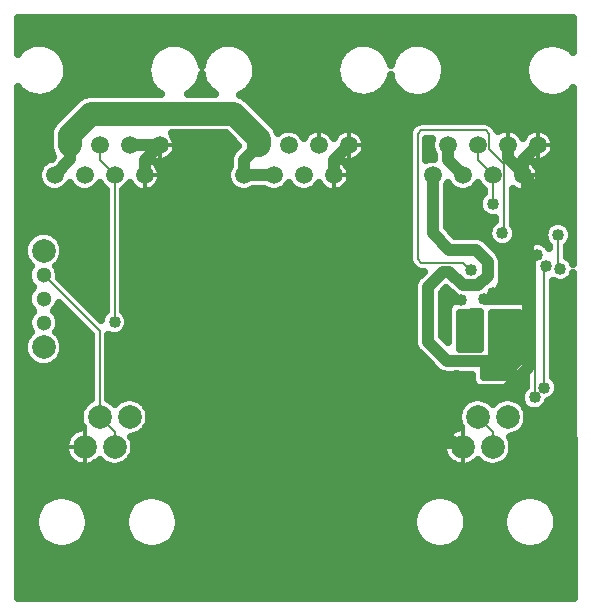
<source format=gbr>
G04 DipTrace 3.0.0.0*
G04 Bottom.gbr*
%MOIN*%
G04 #@! TF.FileFunction,Copper,L2,Bot*
G04 #@! TF.Part,Single*
G04 #@! TA.AperFunction,Conductor*
%ADD14C,0.006*%
G04 #@! TA.AperFunction,ComponentPad*
%ADD15C,0.07874*%
G04 #@! TA.AperFunction,Conductor*
%ADD16C,0.03937*%
G04 #@! TA.AperFunction,CopperBalancing*
%ADD22C,0.025*%
%ADD23C,0.012992*%
G04 #@! TA.AperFunction,ComponentPad*
%ADD38C,0.059055*%
%ADD39C,0.051181*%
G04 #@! TA.AperFunction,ViaPad*
%ADD40C,0.04*%
%FSLAX26Y26*%
G04*
G70*
G90*
G75*
G01*
G04 Bottom*
%LPD*%
X1965118Y1034252D2*
D14*
X2015118Y984252D1*
Y934252D1*
X754646D2*
Y984252D1*
X704646Y1034252D1*
Y1319549D1*
X517999Y1506196D1*
X1535241Y1939764D2*
D16*
X1485241Y1889764D1*
Y1839764D1*
X1915118Y934252D2*
X1865247Y959717D1*
Y1070718D1*
X1893867Y1091161D1*
Y1171734D1*
X804630Y1939764D2*
X904630D1*
X2165105D2*
X2115105Y1889764D1*
Y1839764D1*
X1893867Y1171734D2*
X1894728D1*
X1943248Y1123214D1*
X2059867D1*
X2133782Y1197129D1*
Y1830049D1*
X2065105Y1898726D1*
Y1939764D1*
X904630D2*
X854630Y1889764D1*
Y1839764D1*
X2091699Y1358797D2*
X2085223D1*
Y1220833D1*
X1863692D1*
X1798963Y1285562D1*
Y1467150D1*
X1850613Y1518799D1*
X1865894D1*
X1285241Y1839764D2*
X1185241D1*
X1863692Y1220833D2*
D14*
Y1239757D1*
X1892689Y1210760D1*
X2043974D1*
X1915105Y1839764D2*
D16*
X1865105Y1889764D1*
Y1939764D1*
X554630Y1839764D2*
X607390Y1892524D1*
X604630Y1939764D1*
X1870441Y1591567D2*
X1815105Y1646903D1*
Y1839764D1*
X1865894Y1518799D2*
X1870563D1*
X1916633Y1472729D1*
X1967145D1*
X1999803Y1505387D1*
Y1550472D1*
X1958709Y1591567D1*
X1870441D1*
X1185241Y1839764D2*
Y1889764D1*
X1235241Y1939764D1*
D15*
Y1961934D1*
X1152194Y2044982D1*
X675757D1*
X604630Y1973854D1*
Y1939764D1*
X2015105Y1839764D2*
D14*
X1965105Y1889764D1*
Y1939764D1*
X2015106Y1744087D2*
X2015105Y1839764D1*
X2233016Y1640602D2*
Y1528194D1*
X2240295D1*
X754630Y1350406D2*
Y1839764D1*
X704630Y1889764D1*
Y1939764D1*
X2154488Y1099803D2*
Y1574366D1*
X2163588D1*
X2046835Y1646583D2*
X2053634Y1653382D1*
Y1878291D1*
X2003634Y1928291D1*
Y1978291D1*
X1991634Y1990291D1*
X1776575D1*
X1764575Y1978291D1*
Y1559799D1*
X1776575Y1547799D1*
X1917583D1*
X1941709Y1523673D1*
X2187016Y1132331D2*
Y1538654D1*
X2193386D1*
D40*
X1920046Y1356127D3*
X1964223Y1371025D3*
X1921588Y1311694D3*
X1963710Y1310667D3*
X1893867Y1171734D3*
X1865894Y1518799D3*
X2043974Y1210760D3*
X2091699Y1358797D3*
X1870441Y1591567D3*
X2015106Y1744087D3*
X754630Y1350406D3*
X1941709Y1523673D3*
X2046835Y1646583D3*
X2193386Y1538654D3*
X2187016Y1132331D3*
X2240295Y1528194D3*
X2233016Y1640602D3*
X2163588Y1574366D3*
X2154488Y1099803D3*
X2021202Y1369323D3*
X2018553Y1334869D3*
X2019290Y1298872D3*
X1910316Y1424514D3*
X1984647Y1426531D3*
X2014607Y1446932D3*
X1908113Y1357804D2*
D22*
X1970936D1*
X1908211Y1332936D2*
X1970984D1*
X1908308Y1308067D2*
X1971033D1*
X1908406Y1283198D2*
X1971081D1*
X1973358Y1382631D2*
X1905487Y1382404D1*
X1906106Y1260012D1*
X1973635Y1259785D1*
X1973391Y1382617D1*
X2013903Y1356510D2*
X2099136D1*
X2013903Y1331642D2*
X2099136D1*
X2013903Y1306773D2*
X2099136D1*
X2013903Y1281904D2*
X2099136D1*
X2013903Y1257035D2*
X2099136D1*
X2013903Y1232167D2*
X2099136D1*
X1988316Y1207298D2*
X2088883D1*
X1988415Y1182429D2*
X2065739D1*
X2011379Y1381331D2*
X2011226Y1232707D1*
X2010017Y1228988D1*
X2007718Y1225824D1*
X2004554Y1223525D1*
X2000835Y1222316D1*
X1985748Y1221833D1*
X1985987Y1167860D1*
X2054911Y1168131D1*
X2101654Y1218294D1*
X2101555Y1380785D1*
X2011371Y1381307D1*
X434710Y2338222D2*
X2281858D1*
X434710Y2313353D2*
X2281858D1*
X434710Y2288484D2*
X2281858D1*
X434710Y2263615D2*
X448295D1*
X560930D2*
X898312D1*
X1010930D2*
X1078928D1*
X1191546D2*
X1528928D1*
X1641546D2*
X1708811D1*
X1821428D2*
X2158811D1*
X2271428D2*
X2281858D1*
X584270Y2238747D2*
X875022D1*
X1034270D2*
X1055588D1*
X1214886D2*
X1505588D1*
X1664886D2*
X1685471D1*
X1844719D2*
X2135471D1*
X595256Y2213878D2*
X863987D1*
X1225871D2*
X1494602D1*
X1855755D2*
X2124484D1*
X598479Y2189009D2*
X860764D1*
X1229094D2*
X1491379D1*
X1858976D2*
X2121214D1*
X594816Y2164140D2*
X864427D1*
X1225432D2*
X1495042D1*
X1855315D2*
X2124924D1*
X583294Y2139272D2*
X875999D1*
X1033294D2*
X1056564D1*
X1213908D2*
X1506564D1*
X1663908D2*
X1686448D1*
X1843743D2*
X2136448D1*
X434710Y2114403D2*
X450441D1*
X558782D2*
X900462D1*
X1008782D2*
X1081076D1*
X1189396D2*
X1531076D1*
X1639396D2*
X1710959D1*
X1819280D2*
X2160959D1*
X2269280D2*
X2281858D1*
X434710Y2089534D2*
X624680D1*
X1203264D2*
X2281858D1*
X434710Y2064665D2*
X599778D1*
X1228167D2*
X2281858D1*
X434710Y2039797D2*
X574924D1*
X1253020D2*
X2281858D1*
X434710Y2014928D2*
X550656D1*
X1277874D2*
X1757883D1*
X2010344D2*
X2281858D1*
X434710Y1990059D2*
X538303D1*
X1297307D2*
X1308098D1*
X1362395D2*
X1408079D1*
X1462395D2*
X1508079D1*
X1562395D2*
X1735031D1*
X2092278D2*
X2137912D1*
X2192278D2*
X2281858D1*
X434710Y1965190D2*
X536252D1*
X957024D2*
X1136350D1*
X1587639D2*
X1732591D1*
X2217522D2*
X2281858D1*
X434710Y1940322D2*
X536252D1*
X963127D2*
X1161203D1*
X1593743D2*
X1732591D1*
X1796575D2*
X1806564D1*
X2223626D2*
X2281858D1*
X434710Y1915453D2*
X540940D1*
X957610D2*
X1144358D1*
X1588224D2*
X1732591D1*
X1796575D2*
X1812131D1*
X2218059D2*
X2281858D1*
X434710Y1890584D2*
X528538D1*
X933976D2*
X1136594D1*
X1564543D2*
X1732591D1*
X2194427D2*
X2281858D1*
X434710Y1865715D2*
X502463D1*
X906780D2*
X1133079D1*
X1537395D2*
X1732591D1*
X2167228D2*
X2281858D1*
X434710Y1840846D2*
X496115D1*
X913127D2*
X1126731D1*
X1543743D2*
X1732591D1*
X2173626D2*
X2281858D1*
X434710Y1815978D2*
X501390D1*
X907854D2*
X1132004D1*
X1538470D2*
X1732591D1*
X2168303D2*
X2281858D1*
X434710Y1791109D2*
X524387D1*
X584904D2*
X624387D1*
X684904D2*
X722630D1*
X786614D2*
X824387D1*
X884904D2*
X1154954D1*
X1215520D2*
X1254954D1*
X1315520D2*
X1354954D1*
X1415520D2*
X1454954D1*
X1515520D2*
X1732591D1*
X1863762D2*
X1884836D1*
X1945354D2*
X1983127D1*
X2145354D2*
X2281858D1*
X434710Y1766240D2*
X722630D1*
X786614D2*
X1732591D1*
X1863762D2*
X1971751D1*
X2085638D2*
X2281858D1*
X434710Y1741371D2*
X722630D1*
X786614D2*
X1732591D1*
X1863762D2*
X1966184D1*
X2085638D2*
X2281858D1*
X434710Y1716503D2*
X722630D1*
X786614D2*
X1732591D1*
X1863762D2*
X1975168D1*
X2085638D2*
X2281858D1*
X434710Y1691634D2*
X722630D1*
X786614D2*
X1732591D1*
X1863762D2*
X2021652D1*
X2085638D2*
X2281858D1*
X434710Y1666765D2*
X722630D1*
X786614D2*
X1732591D1*
X1863762D2*
X2002463D1*
X2091203D2*
X2192063D1*
X2273967D2*
X2281891D1*
X434710Y1641896D2*
X476438D1*
X559563D2*
X722630D1*
X786614D2*
X1732591D1*
X1887932D2*
X1998068D1*
X2095598D2*
X2184055D1*
X434710Y1617028D2*
X455979D1*
X580022D2*
X722630D1*
X786614D2*
X1732591D1*
X2085247D2*
X2142600D1*
X434710Y1592159D2*
X449759D1*
X586272D2*
X722630D1*
X786614D2*
X1732591D1*
X2025920D2*
X2118138D1*
X2265031D2*
X2281858D1*
X434710Y1567290D2*
X453270D1*
X582707D2*
X722630D1*
X786614D2*
X1732591D1*
X2045306D2*
X2115159D1*
X2267962D2*
X2281858D1*
X434710Y1542421D2*
X468820D1*
X567180D2*
X722630D1*
X786614D2*
X1738255D1*
X2048479D2*
X2122483D1*
X434710Y1517552D2*
X464671D1*
X571331D2*
X722630D1*
X786614D2*
X1781564D1*
X2048479D2*
X2122483D1*
X434710Y1492684D2*
X465207D1*
X575724D2*
X722630D1*
X786614D2*
X1757980D1*
X2048479D2*
X2122483D1*
X2272795D2*
X2281848D1*
X434710Y1467815D2*
X480295D1*
X600579D2*
X722630D1*
X786614D2*
X1750315D1*
X2041984D2*
X2122483D1*
X2218987D2*
X2281858D1*
X434710Y1442946D2*
X465794D1*
X625480D2*
X722630D1*
X786614D2*
X1750266D1*
X1847648D2*
X1878635D1*
X2019084D2*
X2122483D1*
X2218987D2*
X2281858D1*
X434710Y1418077D2*
X464280D1*
X650335D2*
X722630D1*
X786614D2*
X1750266D1*
X1847648D2*
X1877659D1*
X2218987D2*
X2281858D1*
X434710Y1393209D2*
X476243D1*
X559759D2*
X586790D1*
X675188D2*
X722630D1*
X786614D2*
X1750266D1*
X1847648D2*
X1863974D1*
X2218987D2*
X2281858D1*
X434710Y1368340D2*
X467259D1*
X568743D2*
X611643D1*
X700042D2*
X709270D1*
X800042D2*
X1750266D1*
X1847648D2*
X1864070D1*
X2218987D2*
X2281858D1*
X434710Y1343471D2*
X463694D1*
X572307D2*
X636496D1*
X803118D2*
X1750266D1*
X1847648D2*
X1864165D1*
X2218987D2*
X2281858D1*
X434710Y1318602D2*
X473020D1*
X562980D2*
X661399D1*
X791056D2*
X1750266D1*
X1847648D2*
X1864261D1*
X2218987D2*
X2281858D1*
X434710Y1293734D2*
X455735D1*
X580266D2*
X672630D1*
X736614D2*
X1750266D1*
X2218987D2*
X2281858D1*
X434710Y1268865D2*
X449660D1*
X586320D2*
X672630D1*
X736614D2*
X1753391D1*
X2218987D2*
X2281858D1*
X434710Y1243996D2*
X453466D1*
X582560D2*
X672630D1*
X736614D2*
X1772727D1*
X2218987D2*
X2281858D1*
X434710Y1219127D2*
X469260D1*
X566740D2*
X672630D1*
X736614D2*
X1797580D1*
X2218987D2*
X2281858D1*
X434710Y1194259D2*
X672630D1*
X736614D2*
X1822483D1*
X2218987D2*
X2281858D1*
X434710Y1169390D2*
X672630D1*
X736614D2*
X1944504D1*
X2111858D2*
X2122507D1*
X2218987D2*
X2281858D1*
X434710Y1144521D2*
X672630D1*
X736614D2*
X1946848D1*
X2088714D2*
X2122483D1*
X2234367D2*
X2281858D1*
X434710Y1119652D2*
X672630D1*
X736614D2*
X2109934D1*
X2234270D2*
X2281858D1*
X434710Y1094783D2*
X672630D1*
X736614D2*
X776194D1*
X833098D2*
X1936643D1*
X1993596D2*
X2036643D1*
X2093596D2*
X2105783D1*
X2216936D2*
X2281858D1*
X434710Y1069915D2*
X646751D1*
X862542D2*
X1907248D1*
X2192619D2*
X2281858D1*
X434710Y1045046D2*
X637180D1*
X872112D2*
X1897630D1*
X2132610D2*
X2281858D1*
X434710Y1020177D2*
X637815D1*
X871476D2*
X1898264D1*
X2131975D2*
X2281858D1*
X434710Y995308D2*
X627463D1*
X860247D2*
X1887912D1*
X2120744D2*
X2281858D1*
X434710Y970440D2*
X597092D1*
X823430D2*
X1857591D1*
X2083928D2*
X2281858D1*
X434710Y945571D2*
X587278D1*
X822014D2*
X1847727D1*
X2082512D2*
X2281858D1*
X434710Y920702D2*
X587668D1*
X821575D2*
X1848167D1*
X2082072D2*
X2281858D1*
X434710Y895833D2*
X598655D1*
X810638D2*
X1859104D1*
X2071135D2*
X2281858D1*
X434710Y870965D2*
X633908D1*
X675383D2*
X733908D1*
X775383D2*
X1894407D1*
X1935832D2*
X1994407D1*
X2035832D2*
X2281858D1*
X434710Y846096D2*
X2281858D1*
X434710Y821227D2*
X2281858D1*
X434710Y796358D2*
X2281858D1*
X434710Y771490D2*
X553147D1*
X606144D2*
X853147D1*
X906144D2*
X1813644D1*
X1866643D2*
X2113644D1*
X2166643D2*
X2281858D1*
X434710Y746621D2*
X511643D1*
X647698D2*
X811643D1*
X947698D2*
X1772092D1*
X1908196D2*
X2072092D1*
X2208196D2*
X2281858D1*
X434710Y721752D2*
X494846D1*
X664495D2*
X794846D1*
X964495D2*
X1755295D1*
X1924992D2*
X2055295D1*
X2224992D2*
X2281858D1*
X434710Y696883D2*
X487571D1*
X671770D2*
X787571D1*
X971770D2*
X1748068D1*
X1932219D2*
X2048068D1*
X2232219D2*
X2281858D1*
X434710Y672014D2*
X487522D1*
X671819D2*
X787522D1*
X971819D2*
X1748020D1*
X1932268D2*
X2048020D1*
X2232268D2*
X2281858D1*
X434710Y647146D2*
X494651D1*
X664690D2*
X794651D1*
X964690D2*
X1755148D1*
X1925139D2*
X2055148D1*
X2225139D2*
X2281858D1*
X434710Y622277D2*
X511252D1*
X648039D2*
X811252D1*
X948039D2*
X1771751D1*
X1908538D2*
X2071751D1*
X2208538D2*
X2281858D1*
X434710Y597408D2*
X551828D1*
X607463D2*
X851828D1*
X907463D2*
X1812327D1*
X1867962D2*
X2112327D1*
X2167962D2*
X2281858D1*
X434710Y572539D2*
X2281858D1*
X434710Y547671D2*
X2281858D1*
X434710Y522802D2*
X2281858D1*
X434710Y497933D2*
X2281858D1*
X434710Y473064D2*
X2281858D1*
X434710Y448196D2*
X2281858D1*
X2221068Y1937265D2*
X2220235Y1929816D1*
X2218413Y1922547D1*
X2215638Y1915585D1*
X2211958Y1909056D1*
X2207441Y1903077D1*
X2202164Y1897755D1*
X2196226Y1893184D1*
X2189730Y1889446D1*
X2182793Y1886610D1*
X2175539Y1884724D1*
X2168098Y1883824D1*
X2160605Y1883925D1*
X2153192Y1885025D1*
X2145992Y1887105D1*
X2143314Y1888164D1*
X2150655Y1883058D1*
X2156117Y1877925D1*
X2160843Y1872109D1*
X2164752Y1865715D1*
X2167772Y1858856D1*
X2169848Y1851655D1*
X2170945Y1844241D1*
X2170902Y1834770D1*
X2169736Y1827367D1*
X2167592Y1820186D1*
X2164509Y1813356D1*
X2160542Y1806997D1*
X2155761Y1801224D1*
X2150253Y1796143D1*
X2144117Y1791841D1*
X2137461Y1788398D1*
X2130404Y1785874D1*
X2123073Y1784314D1*
X2115601Y1783747D1*
X2108118Y1784181D1*
X2100762Y1785612D1*
X2093661Y1788010D1*
X2086946Y1791336D1*
X2083122Y1793782D1*
X2083126Y1675606D1*
X2086475Y1670875D1*
X2089787Y1664374D1*
X2092042Y1657436D1*
X2093184Y1650231D1*
Y1642934D1*
X2092042Y1635730D1*
X2089787Y1628791D1*
X2086475Y1622290D1*
X2082188Y1616388D1*
X2077029Y1611230D1*
X2071127Y1606942D1*
X2064626Y1603630D1*
X2057688Y1601375D1*
X2050483Y1600234D1*
X2043186D1*
X2035982Y1601375D1*
X2029043Y1603630D1*
X2022542Y1606942D1*
X2016640Y1611230D1*
X2011482Y1616388D1*
X2007194Y1622290D1*
X2003882Y1628791D1*
X2001627Y1635730D1*
X2000486Y1642934D1*
Y1650231D1*
X2001627Y1657436D1*
X2003882Y1664374D1*
X2007194Y1670875D1*
X2011482Y1676777D1*
X2016640Y1681936D1*
X2022542Y1686223D1*
X2024147Y1687122D1*
X2024142Y1698450D1*
X2015106Y1697594D1*
X2007833Y1698167D1*
X2000739Y1699870D1*
X1993999Y1702661D1*
X1987780Y1706474D1*
X1982231Y1711211D1*
X1977493Y1716760D1*
X1973681Y1722979D1*
X1970890Y1729719D1*
X1969186Y1736814D1*
X1968614Y1744087D1*
X1969186Y1751360D1*
X1970890Y1758454D1*
X1973681Y1765194D1*
X1977493Y1771413D1*
X1982231Y1776962D1*
X1985618Y1779996D1*
X1985613Y1792182D1*
X1978723Y1797167D1*
X1972508Y1803382D1*
X1967340Y1810493D1*
X1965018Y1814332D1*
X1960427Y1806836D1*
X1954717Y1800152D1*
X1948033Y1794442D1*
X1940537Y1789850D1*
X1932416Y1786486D1*
X1923869Y1784434D1*
X1915105Y1783744D1*
X1906341Y1784434D1*
X1897794Y1786486D1*
X1889673Y1789850D1*
X1882177Y1794442D1*
X1875493Y1800152D1*
X1869783Y1806836D1*
X1865112Y1814503D1*
X1861276Y1808108D1*
X1861282Y1665984D1*
X1889570Y1637743D1*
X1962332Y1637602D1*
X1969488Y1636469D1*
X1976381Y1634230D1*
X1982836Y1630940D1*
X1988698Y1626680D1*
X2032455Y1583125D1*
X2037161Y1577614D1*
X2040948Y1571437D1*
X2043720Y1564741D1*
X2045412Y1557696D1*
X2045980Y1550472D1*
X2045839Y1487836D1*
X2044705Y1480680D1*
X2042466Y1473787D1*
X2039176Y1467332D1*
X2034916Y1461470D1*
X2002219Y1428571D1*
X1996709Y1423865D1*
X1993682Y1421844D1*
X1994007Y1420383D1*
X2116358Y1419610D1*
X2122459Y1418361D1*
X2124273Y1417685D1*
X2124996Y1424803D1*
Y1548484D1*
X2122163Y1553259D1*
X2119371Y1559999D1*
X2117668Y1567093D1*
X2117096Y1574366D1*
X2117668Y1581639D1*
X2119371Y1588734D1*
X2122163Y1595474D1*
X2125975Y1601693D1*
X2130713Y1607241D1*
X2136261Y1611979D1*
X2142480Y1615791D1*
X2149220Y1618583D1*
X2156315Y1620286D1*
X2163588Y1620858D1*
X2170861Y1620286D1*
X2177955Y1618583D1*
X2184696Y1615791D1*
X2190915Y1611979D1*
X2196463Y1607241D1*
X2201201Y1601693D1*
X2203529Y1598123D1*
X2203524Y1604707D1*
X2197663Y1610408D1*
X2193375Y1616310D1*
X2190063Y1622811D1*
X2187808Y1629749D1*
X2186667Y1636954D1*
Y1644251D1*
X2187808Y1651455D1*
X2190063Y1658394D1*
X2193375Y1664895D1*
X2197663Y1670797D1*
X2202822Y1675955D1*
X2208723Y1680243D1*
X2215224Y1683555D1*
X2222163Y1685810D1*
X2229367Y1686951D1*
X2236664D1*
X2243869Y1685810D1*
X2250807Y1683555D1*
X2257308Y1680243D1*
X2263210Y1675955D1*
X2268369Y1670797D1*
X2272656Y1664895D1*
X2275969Y1658394D1*
X2278223Y1651455D1*
X2279365Y1644251D1*
Y1636954D1*
X2278223Y1629749D1*
X2275969Y1622811D1*
X2272656Y1616310D1*
X2268369Y1610408D1*
X2262504Y1604693D1*
X2262508Y1569070D1*
X2270490Y1563547D1*
X2275648Y1558388D1*
X2279936Y1552487D1*
X2283248Y1545986D1*
X2284349Y1543003D1*
X2284350Y2130182D1*
X2274446Y2120285D1*
X2262846Y2111857D1*
X2250071Y2105348D1*
X2236436Y2100917D1*
X2222274Y2098675D1*
X2207936D1*
X2193774Y2100917D1*
X2180139Y2105348D1*
X2167364Y2111857D1*
X2155764Y2120285D1*
X2145626Y2130423D1*
X2137198Y2142022D1*
X2130689Y2154798D1*
X2126259Y2168433D1*
X2124016Y2182594D1*
Y2196933D1*
X2126259Y2211094D1*
X2130689Y2224730D1*
X2137198Y2237505D1*
X2145626Y2249105D1*
X2155764Y2259243D1*
X2167364Y2267671D1*
X2180139Y2274180D1*
X2193774Y2278610D1*
X2207936Y2280853D1*
X2222274D1*
X2236436Y2278610D1*
X2250071Y2274180D1*
X2262846Y2267671D1*
X2274446Y2259243D1*
X2284337Y2249373D1*
X2284350Y2363093D1*
X432154Y2363091D1*
X432185Y2245463D1*
X440021Y2254373D1*
X450923Y2263685D1*
X463148Y2271176D1*
X476395Y2276663D1*
X490336Y2280010D1*
X504630Y2281135D1*
X518924Y2280010D1*
X532865Y2276663D1*
X546112Y2271176D1*
X558337Y2263685D1*
X569239Y2254373D1*
X578551Y2243471D1*
X586042Y2231245D1*
X591529Y2217999D1*
X594877Y2204058D1*
X596001Y2189764D1*
X594877Y2175470D1*
X591529Y2161529D1*
X586042Y2148282D1*
X578551Y2136056D1*
X569239Y2125155D1*
X558337Y2115843D1*
X546112Y2108352D1*
X532865Y2102865D1*
X518924Y2099517D1*
X504630Y2098392D1*
X490336Y2099517D1*
X476395Y2102865D1*
X463148Y2108352D1*
X450923Y2115843D1*
X440021Y2125155D1*
X432184Y2134186D1*
X432185Y432182D1*
X2284382Y432185D1*
X2284350Y1513386D1*
X2281720Y1507087D1*
X2277908Y1500867D1*
X2273171Y1495319D1*
X2267622Y1490581D1*
X2261403Y1486769D1*
X2254663Y1483978D1*
X2247568Y1482274D1*
X2240295Y1481702D1*
X2233022Y1482274D1*
X2225928Y1483978D1*
X2219188Y1486769D1*
X2216513Y1488268D1*
X2216508Y1168293D1*
X2222369Y1162525D1*
X2226656Y1156623D1*
X2229969Y1150122D1*
X2232223Y1143184D1*
X2233365Y1135979D1*
Y1128682D1*
X2232223Y1121478D1*
X2229969Y1114539D1*
X2226656Y1108038D1*
X2222369Y1102136D1*
X2217210Y1096978D1*
X2211308Y1092690D1*
X2204807Y1089378D1*
X2199337Y1087537D1*
X2195913Y1078696D1*
X2192101Y1072476D1*
X2187364Y1066928D1*
X2181815Y1062190D1*
X2175596Y1058378D1*
X2168856Y1055587D1*
X2161761Y1053883D1*
X2154488Y1053311D1*
X2147215Y1053883D1*
X2140121Y1055587D1*
X2133381Y1058378D1*
X2127161Y1062190D1*
X2123028Y1065622D1*
X2125967Y1059457D1*
X2129160Y1049627D1*
X2130777Y1039420D1*
Y1029084D1*
X2129160Y1018877D1*
X2125967Y1009047D1*
X2121274Y999839D1*
X2115199Y991478D1*
X2107892Y984171D1*
X2099531Y978096D1*
X2090323Y973403D1*
X2080493Y970210D1*
X2071274Y968665D1*
X2075967Y959457D1*
X2079160Y949627D1*
X2080777Y939420D1*
Y929084D1*
X2079160Y918877D1*
X2075967Y909047D1*
X2071274Y899839D1*
X2065199Y891478D1*
X2057892Y884171D1*
X2049531Y878096D1*
X2040323Y873403D1*
X2030493Y870210D1*
X2020286Y868593D1*
X2009950D1*
X1999743Y870210D1*
X1989913Y873403D1*
X1980705Y878096D1*
X1972344Y884171D1*
X1965133Y891374D1*
X1959320Y885425D1*
X1951427Y879302D1*
X1942697Y874442D1*
X1933333Y870959D1*
X1923551Y868932D1*
X1913575Y868408D1*
X1903634Y869399D1*
X1893957Y871882D1*
X1884766Y875801D1*
X1876274Y881063D1*
X1868677Y887550D1*
X1862147Y895112D1*
X1856837Y903573D1*
X1852867Y912741D1*
X1850331Y922404D1*
X1849283Y932340D1*
X1849752Y942319D1*
X1851724Y952113D1*
X1855155Y961496D1*
X1859966Y970252D1*
X1866045Y978180D1*
X1873253Y985097D1*
X1881425Y990844D1*
X1890373Y995289D1*
X1899888Y998329D1*
X1908962Y999839D1*
X1904269Y1009047D1*
X1901076Y1018877D1*
X1899459Y1029084D1*
Y1039420D1*
X1901076Y1049627D1*
X1904269Y1059457D1*
X1908962Y1068665D1*
X1915037Y1077026D1*
X1922344Y1084333D1*
X1930705Y1090408D1*
X1939913Y1095101D1*
X1949743Y1098294D1*
X1959950Y1099911D1*
X1970286D1*
X1980493Y1098294D1*
X1990323Y1095101D1*
X1999531Y1090408D1*
X2007892Y1084333D1*
X2015104Y1077130D1*
X2022344Y1084333D1*
X2030705Y1090408D1*
X2039913Y1095101D1*
X2049743Y1098294D1*
X2059950Y1099911D1*
X2070286D1*
X2080493Y1098294D1*
X2090323Y1095101D1*
X2099531Y1090408D1*
X2107892Y1084333D1*
X2112388Y1080067D1*
X2109281Y1088950D1*
X2108139Y1096155D1*
Y1103451D1*
X2109281Y1110656D1*
X2111535Y1117594D1*
X2114848Y1124096D1*
X2119135Y1129997D1*
X2125000Y1135713D1*
X2124987Y1186139D1*
X2078273Y1136127D1*
X2073219Y1132487D1*
X2067457Y1130126D1*
X2061294Y1129177D1*
X1971562Y1128892D1*
X1965449Y1130084D1*
X1959783Y1132668D1*
X1954878Y1136505D1*
X1951003Y1141381D1*
X1948374Y1147025D1*
X1947135Y1153129D1*
X1946961Y1174678D1*
X1860068Y1174798D1*
X1852912Y1175932D1*
X1846020Y1178171D1*
X1839564Y1181461D1*
X1833702Y1185720D1*
X1778007Y1241214D1*
X1763850Y1255572D1*
X1759591Y1261434D1*
X1756301Y1267891D1*
X1754062Y1274782D1*
X1752928Y1281938D1*
X1752786Y1360562D1*
X1752928Y1470773D1*
X1754062Y1477929D1*
X1756301Y1484820D1*
X1759591Y1491277D1*
X1763850Y1497139D1*
X1784783Y1518273D1*
X1771961Y1518671D1*
X1765289Y1520552D1*
X1759240Y1523940D1*
X1755720Y1526945D1*
X1742148Y1540646D1*
X1738297Y1546409D1*
X1735898Y1552915D1*
X1735083Y1559799D1*
X1735173Y1980605D1*
X1736526Y1987406D1*
X1739429Y1993701D1*
X1743720Y1999146D1*
X1757421Y2012718D1*
X1763185Y2016570D1*
X1769690Y2018969D1*
X1776575Y2019783D1*
X1993948Y2019693D1*
X2000748Y2018340D1*
X2007043Y2015437D1*
X2012488Y2011146D1*
X2026060Y1997445D1*
X2029912Y1991681D1*
X2031685Y1987396D1*
X2033165Y1985786D1*
X2039594Y1989638D1*
X2046480Y1992597D1*
X2053698Y1994610D1*
X2061122Y1995642D1*
X2068615Y1995673D1*
X2076047Y1994705D1*
X2083283Y1992752D1*
X2090194Y1989852D1*
X2096655Y1986054D1*
X2102551Y1981429D1*
X2107778Y1976058D1*
X2112240Y1970037D1*
X2115102Y1965005D1*
X2119096Y1971722D1*
X2123773Y1977577D1*
X2129190Y1982756D1*
X2135251Y1987165D1*
X2141845Y1990726D1*
X2148856Y1993375D1*
X2156157Y1995064D1*
X2163618Y1995764D1*
X2171106Y1995461D1*
X2178488Y1994161D1*
X2185629Y1991888D1*
X2192403Y1988682D1*
X2198689Y1984601D1*
X2204373Y1979717D1*
X2209354Y1974118D1*
X2213545Y1967904D1*
X2216867Y1961186D1*
X2219264Y1954085D1*
X2220690Y1946728D1*
X2221068Y1937265D1*
X1818934Y1908108D2*
X1815192Y1914332D1*
X1811827Y1922453D1*
X1809776Y1931000D1*
X1809085Y1939764D1*
X1809776Y1948528D1*
X1811827Y1957075D1*
X1813201Y1960799D1*
X1794026D1*
X1794067Y1891719D1*
X1802028Y1894236D1*
X1810710Y1895610D1*
X1818933Y1895633D1*
X1818928Y1908075D1*
X1856194Y2182594D2*
X1853951Y2168433D1*
X1849521Y2154798D1*
X1843012Y2142022D1*
X1834584Y2130423D1*
X1824446Y2120285D1*
X1812846Y2111857D1*
X1800071Y2105348D1*
X1786436Y2100917D1*
X1772274Y2098675D1*
X1757936D1*
X1743774Y2100917D1*
X1730139Y2105348D1*
X1717364Y2111857D1*
X1705764Y2120285D1*
X1695626Y2130423D1*
X1687198Y2142022D1*
X1680689Y2154798D1*
X1676259Y2168433D1*
X1675203Y2173739D1*
X1672140Y2161529D1*
X1666654Y2148282D1*
X1659163Y2136056D1*
X1649850Y2125155D1*
X1638949Y2115843D1*
X1626723Y2108352D1*
X1613476Y2102865D1*
X1599535Y2099517D1*
X1585241Y2098392D1*
X1570948Y2099517D1*
X1557007Y2102865D1*
X1543760Y2108352D1*
X1531534Y2115843D1*
X1520633Y2125155D1*
X1511320Y2136056D1*
X1503829Y2148282D1*
X1498343Y2161529D1*
X1494995Y2175470D1*
X1493870Y2189764D1*
X1494995Y2204058D1*
X1498343Y2217999D1*
X1503829Y2231245D1*
X1511320Y2243471D1*
X1520633Y2254373D1*
X1531534Y2263685D1*
X1543760Y2271176D1*
X1557007Y2276663D1*
X1570948Y2280010D1*
X1585241Y2281135D1*
X1599535Y2280010D1*
X1613476Y2276663D1*
X1626723Y2271176D1*
X1638949Y2263685D1*
X1649850Y2254373D1*
X1659163Y2243471D1*
X1666654Y2231245D1*
X1672140Y2217999D1*
X1675143Y2205789D1*
X1678206Y2217999D1*
X1683693Y2231245D1*
X1691184Y2243471D1*
X1700496Y2254373D1*
X1711398Y2263685D1*
X1723623Y2271176D1*
X1736870Y2276663D1*
X1750811Y2280010D1*
X1765105Y2281135D1*
X1779399Y2280010D1*
X1793340Y2276663D1*
X1806587Y2271176D1*
X1818812Y2263685D1*
X1829714Y2254373D1*
X1839026Y2243471D1*
X1846517Y2231245D1*
X1852004Y2217999D1*
X1855352Y2204058D1*
X1856476Y2189764D1*
X1856194Y2182594D1*
X960593Y1937265D2*
X959760Y1929816D1*
X957938Y1922547D1*
X955163Y1915585D1*
X951483Y1909056D1*
X946966Y1903077D1*
X941689Y1897755D1*
X935751Y1893184D1*
X929255Y1889446D1*
X922318Y1886610D1*
X915064Y1884724D1*
X907623Y1883824D1*
X900130Y1883925D1*
X892717Y1885025D1*
X885517Y1887105D1*
X882839Y1888164D1*
X890180Y1883058D1*
X895642Y1877925D1*
X900367Y1872109D1*
X904277Y1865715D1*
X907297Y1858856D1*
X909373Y1851655D1*
X910470Y1844241D1*
X910427Y1834770D1*
X909261Y1827367D1*
X907117Y1820186D1*
X904034Y1813356D1*
X900067Y1806997D1*
X895286Y1801224D1*
X889778Y1796143D1*
X883642Y1791841D1*
X876986Y1788398D1*
X869929Y1785874D1*
X862598Y1784314D1*
X855126Y1783747D1*
X847643Y1784181D1*
X840287Y1785612D1*
X833186Y1788010D1*
X826471Y1791336D1*
X820259Y1795528D1*
X814661Y1800512D1*
X809780Y1806198D1*
X805701Y1812486D1*
X804543Y1814332D1*
X799951Y1806836D1*
X794241Y1800152D1*
X787558Y1794442D1*
X784114Y1792142D1*
X784122Y1386395D1*
X789983Y1380600D1*
X794270Y1374698D1*
X797583Y1368197D1*
X799837Y1361259D1*
X800979Y1354054D1*
Y1346757D1*
X799837Y1339552D1*
X797583Y1332614D1*
X794270Y1326113D1*
X789983Y1320211D1*
X784824Y1315052D1*
X778923Y1310765D1*
X772421Y1307453D1*
X765483Y1305198D1*
X758278Y1304056D1*
X750982D1*
X743777Y1305198D1*
X736839Y1307453D1*
X734131Y1308701D1*
X734138Y1093133D1*
X743358Y1087535D1*
X751218Y1080824D1*
X754631Y1077130D1*
X761871Y1084333D1*
X770232Y1090408D1*
X779441Y1095101D1*
X789270Y1098294D1*
X799478Y1099911D1*
X809814D1*
X820021Y1098294D1*
X829850Y1095101D1*
X839059Y1090408D1*
X847420Y1084333D1*
X854727Y1077026D1*
X860802Y1068665D1*
X865495Y1059457D1*
X868688Y1049627D1*
X870304Y1039420D1*
Y1029084D1*
X868688Y1018877D1*
X865495Y1009047D1*
X860802Y999839D1*
X854727Y991478D1*
X847420Y984171D1*
X839059Y978096D1*
X829850Y973403D1*
X820021Y970210D1*
X810802Y968665D1*
X815495Y959457D1*
X818688Y949627D1*
X820304Y939420D1*
Y929084D1*
X818688Y918877D1*
X815495Y909047D1*
X810802Y899839D1*
X804727Y891478D1*
X797420Y884171D1*
X789059Y878096D1*
X779850Y873403D1*
X770021Y870210D1*
X759814Y868593D1*
X749478D1*
X739270Y870210D1*
X729441Y873403D1*
X720232Y878096D1*
X711871Y884171D1*
X704660Y891374D1*
X698848Y885425D1*
X690954Y879302D1*
X682224Y874442D1*
X672861Y870959D1*
X663079Y868932D1*
X653102Y868408D1*
X643161Y869399D1*
X633484Y871882D1*
X624294Y875801D1*
X615802Y881063D1*
X608205Y887550D1*
X601675Y895112D1*
X596365Y903573D1*
X592395Y912741D1*
X589858Y922404D1*
X588811Y932340D1*
X589280Y942319D1*
X591252Y952113D1*
X594682Y961496D1*
X599493Y970252D1*
X605572Y978180D1*
X612781Y985097D1*
X620953Y990844D1*
X629900Y995289D1*
X639416Y998329D1*
X648490Y999839D1*
X643797Y1009047D1*
X640604Y1018877D1*
X638987Y1029084D1*
Y1039420D1*
X640604Y1049627D1*
X643797Y1059457D1*
X648490Y1068665D1*
X654564Y1077026D1*
X661871Y1084333D1*
X670232Y1090408D1*
X675167Y1093130D1*
X674953Y1307533D1*
X568369Y1414117D1*
X566117Y1407524D1*
X562407Y1400241D1*
X557602Y1393630D1*
X552093Y1388101D1*
X557602Y1382541D1*
X562407Y1375928D1*
X566117Y1368646D1*
X568643Y1360874D1*
X569921Y1352802D1*
Y1344629D1*
X568643Y1336556D1*
X566117Y1328783D1*
X562407Y1321501D1*
X559453Y1317236D1*
X564571Y1312609D1*
X571282Y1304751D1*
X576682Y1295938D1*
X580638Y1286391D1*
X583050Y1276341D1*
X583861Y1266038D1*
X583050Y1255735D1*
X580638Y1245685D1*
X576682Y1236136D1*
X571282Y1227325D1*
X564571Y1219466D1*
X556711Y1212755D1*
X547900Y1207354D1*
X538352Y1203399D1*
X528302Y1200987D1*
X517999Y1200176D1*
X507696Y1200987D1*
X497647Y1203399D1*
X488098Y1207354D1*
X479286Y1212755D1*
X471428Y1219466D1*
X464715Y1227325D1*
X459315Y1236136D1*
X455361Y1245685D1*
X452948Y1255735D1*
X452136Y1266038D1*
X452948Y1276341D1*
X455361Y1286391D1*
X459315Y1295938D1*
X464715Y1304751D1*
X471428Y1312609D1*
X476542Y1317157D1*
X471593Y1325070D1*
X468466Y1332621D1*
X466558Y1340567D1*
X465916Y1348715D1*
X466558Y1356862D1*
X468466Y1364810D1*
X471593Y1372360D1*
X475864Y1379328D1*
X481171Y1385543D1*
X483904Y1388070D1*
X478395Y1393630D1*
X473592Y1400241D1*
X469881Y1407524D1*
X467356Y1415297D1*
X466077Y1423369D1*
Y1431542D1*
X467356Y1439614D1*
X469881Y1447386D1*
X473592Y1454668D1*
X478395Y1461281D1*
X483904Y1466810D1*
X478395Y1472370D1*
X473592Y1478982D1*
X469881Y1486264D1*
X467356Y1494037D1*
X466077Y1502109D1*
Y1510282D1*
X467356Y1518354D1*
X469881Y1526126D1*
X473592Y1533408D1*
X476546Y1537675D1*
X471428Y1542301D1*
X464715Y1550160D1*
X459315Y1558971D1*
X455361Y1568520D1*
X452948Y1578570D1*
X452136Y1588873D1*
X452948Y1599176D1*
X455361Y1609226D1*
X459315Y1618773D1*
X464715Y1627585D1*
X471428Y1635444D1*
X479286Y1642156D1*
X488098Y1647556D1*
X497647Y1651512D1*
X507696Y1653924D1*
X517999Y1654735D1*
X528302Y1653924D1*
X538352Y1651512D1*
X547900Y1647556D1*
X556711Y1642156D1*
X564571Y1635444D1*
X571282Y1627585D1*
X576682Y1618773D1*
X580638Y1609226D1*
X583050Y1599176D1*
X583861Y1588873D1*
X583050Y1578570D1*
X580638Y1568520D1*
X576682Y1558971D1*
X571282Y1550160D1*
X564571Y1542301D1*
X559457Y1537752D1*
X564406Y1529840D1*
X567533Y1522290D1*
X569441Y1514343D1*
X570081Y1506196D1*
X569176Y1496717D1*
X708621Y1357282D1*
X710413Y1364773D1*
X713205Y1371513D1*
X717017Y1377732D1*
X721755Y1383281D1*
X725142Y1386315D1*
X725138Y1792154D1*
X718248Y1797167D1*
X712033Y1803382D1*
X706865Y1810493D1*
X704543Y1814332D1*
X699951Y1806836D1*
X694241Y1800152D1*
X687558Y1794442D1*
X680062Y1789850D1*
X671941Y1786486D1*
X663394Y1784434D1*
X654630Y1783744D1*
X645866Y1784434D1*
X637319Y1786486D1*
X629198Y1789850D1*
X621702Y1794442D1*
X615018Y1800152D1*
X609308Y1806836D1*
X604636Y1814503D1*
X599951Y1806836D1*
X594241Y1800152D1*
X587558Y1794442D1*
X580062Y1789850D1*
X571941Y1786486D1*
X563394Y1784434D1*
X554630Y1783744D1*
X545866Y1784434D1*
X537319Y1786486D1*
X529198Y1789850D1*
X521702Y1794442D1*
X515018Y1800152D1*
X509308Y1806836D1*
X504717Y1814332D1*
X501352Y1822453D1*
X499301Y1831000D1*
X498610Y1839764D1*
X499301Y1848528D1*
X501352Y1857075D1*
X504717Y1865196D1*
X509308Y1872692D1*
X515018Y1879375D1*
X521702Y1885085D1*
X529198Y1889677D1*
X537319Y1893042D1*
X544366Y1894795D1*
X551014Y1901453D1*
X545946Y1909864D1*
X541991Y1919411D1*
X539579Y1929461D1*
X538768Y1939764D1*
X538971Y1979022D1*
X540588Y1989230D1*
X543781Y1999059D1*
X548474Y2008268D1*
X554547Y2016629D1*
X584575Y2046942D1*
X632983Y2095063D1*
X641344Y2101138D1*
X650552Y2105831D1*
X660382Y2109024D1*
X670589Y2110640D1*
X713257Y2110844D1*
X908618D1*
X900923Y2115843D1*
X890021Y2125155D1*
X880709Y2136056D1*
X873218Y2148282D1*
X867731Y2161529D1*
X864383Y2175470D1*
X863259Y2189764D1*
X864383Y2204058D1*
X867731Y2217999D1*
X873218Y2231245D1*
X880709Y2243471D1*
X890021Y2254373D1*
X900923Y2263685D1*
X913148Y2271176D1*
X926395Y2276663D1*
X940336Y2280010D1*
X954630Y2281135D1*
X968924Y2280010D1*
X982865Y2276663D1*
X996112Y2271176D1*
X1008337Y2263685D1*
X1019239Y2254373D1*
X1028551Y2243471D1*
X1036042Y2231245D1*
X1041529Y2217999D1*
X1044877Y2204058D1*
X1044925Y2203640D1*
X1048343Y2217999D1*
X1053829Y2231245D1*
X1061320Y2243471D1*
X1070633Y2254373D1*
X1081534Y2263685D1*
X1093760Y2271176D1*
X1107007Y2276663D1*
X1120948Y2280010D1*
X1135241Y2281135D1*
X1149535Y2280010D1*
X1163476Y2276663D1*
X1176723Y2271176D1*
X1188949Y2263685D1*
X1199850Y2254373D1*
X1209163Y2243471D1*
X1216654Y2231245D1*
X1222140Y2217999D1*
X1225488Y2204058D1*
X1226613Y2189764D1*
X1225488Y2175470D1*
X1222140Y2161529D1*
X1216654Y2148282D1*
X1209163Y2136056D1*
X1199850Y2125155D1*
X1188949Y2115843D1*
X1176723Y2108352D1*
X1174051Y2107119D1*
X1182094Y2103665D1*
X1190907Y2098265D1*
X1198765Y2091552D1*
X1285324Y2004707D1*
X1291398Y1996346D1*
X1296091Y1987138D1*
X1297886Y1982266D1*
X1298860Y1982361D1*
X1305971Y1987529D1*
X1313803Y1991520D1*
X1322164Y1994236D1*
X1330846Y1995610D1*
X1339636D1*
X1348319Y1994236D1*
X1356680Y1991520D1*
X1364512Y1987529D1*
X1371623Y1982361D1*
X1377839Y1976146D1*
X1383007Y1969034D1*
X1385378Y1965294D1*
X1389232Y1971722D1*
X1393909Y1977577D1*
X1399327Y1982756D1*
X1405387Y1987165D1*
X1411982Y1990726D1*
X1418992Y1993375D1*
X1426294Y1995064D1*
X1433755Y1995764D1*
X1441243Y1995461D1*
X1448625Y1994161D1*
X1455765Y1991888D1*
X1462539Y1988682D1*
X1468825Y1984601D1*
X1474509Y1979717D1*
X1479491Y1974118D1*
X1483681Y1967904D1*
X1485378Y1965294D1*
X1489232Y1971722D1*
X1493909Y1977577D1*
X1499327Y1982756D1*
X1505387Y1987165D1*
X1511982Y1990726D1*
X1518992Y1993375D1*
X1526294Y1995064D1*
X1533755Y1995764D1*
X1541243Y1995461D1*
X1548625Y1994161D1*
X1555765Y1991888D1*
X1562539Y1988682D1*
X1568825Y1984601D1*
X1574509Y1979717D1*
X1579491Y1974118D1*
X1583681Y1967904D1*
X1587004Y1961186D1*
X1589400Y1954085D1*
X1590827Y1946728D1*
X1591205Y1937265D1*
X1590371Y1929816D1*
X1588550Y1922547D1*
X1585774Y1915585D1*
X1582094Y1909056D1*
X1577577Y1903077D1*
X1572301Y1897755D1*
X1566362Y1893184D1*
X1559866Y1889446D1*
X1552929Y1886610D1*
X1545676Y1884724D1*
X1538235Y1883824D1*
X1530741Y1883925D1*
X1523328Y1885025D1*
X1516129Y1887105D1*
X1513450Y1888164D1*
X1520791Y1883058D1*
X1526253Y1877925D1*
X1530979Y1872109D1*
X1534888Y1865715D1*
X1537908Y1858856D1*
X1539984Y1851655D1*
X1541081Y1844241D1*
X1541038Y1834770D1*
X1539873Y1827367D1*
X1537728Y1820186D1*
X1534646Y1813356D1*
X1530678Y1806997D1*
X1525898Y1801224D1*
X1520390Y1796143D1*
X1514253Y1791841D1*
X1507597Y1788398D1*
X1500541Y1785874D1*
X1493210Y1784314D1*
X1485738Y1783747D1*
X1478255Y1784181D1*
X1470899Y1785612D1*
X1463798Y1788010D1*
X1457083Y1791336D1*
X1450870Y1795528D1*
X1445273Y1800512D1*
X1440391Y1806198D1*
X1436312Y1812486D1*
X1435155Y1814332D1*
X1430563Y1806836D1*
X1424853Y1800152D1*
X1418169Y1794442D1*
X1410673Y1789850D1*
X1402552Y1786486D1*
X1394005Y1784434D1*
X1385241Y1783744D1*
X1376478Y1784434D1*
X1367930Y1786486D1*
X1359810Y1789850D1*
X1352314Y1794442D1*
X1345630Y1800152D1*
X1339920Y1806836D1*
X1335248Y1814503D1*
X1330563Y1806836D1*
X1324853Y1800152D1*
X1318169Y1794442D1*
X1310673Y1789850D1*
X1302552Y1786486D1*
X1294005Y1784434D1*
X1285241Y1783744D1*
X1276478Y1784434D1*
X1267930Y1786486D1*
X1259810Y1789850D1*
X1253585Y1793593D1*
X1216930Y1793587D1*
X1210673Y1789850D1*
X1202552Y1786486D1*
X1194005Y1784434D1*
X1185241Y1783744D1*
X1176478Y1784434D1*
X1167930Y1786486D1*
X1159810Y1789850D1*
X1152314Y1794442D1*
X1145630Y1800152D1*
X1139920Y1806836D1*
X1135328Y1814332D1*
X1131963Y1822453D1*
X1129912Y1831000D1*
X1129222Y1839764D1*
X1129912Y1848528D1*
X1131963Y1857075D1*
X1135328Y1865196D1*
X1139071Y1871420D1*
X1139206Y1893387D1*
X1140340Y1900543D1*
X1142579Y1907434D1*
X1145869Y1913891D1*
X1150129Y1919753D1*
X1167125Y1936951D1*
X1124899Y1979133D1*
X944528Y1979119D1*
X950367Y1972109D1*
X954277Y1965715D1*
X957297Y1958856D1*
X959373Y1951655D1*
X960470Y1944241D1*
X960593Y1937265D1*
X1044925Y2175887D2*
X1043476Y2168433D1*
X1039046Y2154798D1*
X1032537Y2142022D1*
X1024109Y2130423D1*
X1013971Y2120285D1*
X1002371Y2111857D1*
X1000757Y2110844D1*
X1089185D1*
X1081534Y2115843D1*
X1070633Y2125155D1*
X1061320Y2136056D1*
X1053829Y2148282D1*
X1048343Y2161529D1*
X1044995Y2175470D1*
X1044946Y2175887D1*
X969854Y677164D2*
X967634Y663143D1*
X963247Y649642D1*
X956802Y636993D1*
X948458Y625508D1*
X938420Y615470D1*
X926934Y607126D1*
X914286Y600681D1*
X900785Y596294D1*
X886764Y594073D1*
X872567D1*
X858546Y596294D1*
X845045Y600681D1*
X832396Y607126D1*
X820911Y615470D1*
X810873Y625508D1*
X802529Y636993D1*
X796084Y649642D1*
X791697Y663143D1*
X789476Y677164D1*
Y691361D1*
X791697Y705382D1*
X796084Y718883D1*
X802529Y731531D1*
X810873Y743017D1*
X820911Y753055D1*
X832396Y761399D1*
X845045Y767844D1*
X858546Y772231D1*
X872567Y774451D1*
X886764D1*
X900785Y772231D1*
X914286Y767844D1*
X926934Y761399D1*
X938420Y753055D1*
X948458Y743017D1*
X956802Y731531D1*
X963247Y718883D1*
X967634Y705382D1*
X969854Y691361D1*
Y677164D1*
X669854Y677163D2*
X667634Y663142D1*
X663247Y649640D1*
X656802Y636992D1*
X648458Y625507D1*
X638420Y615469D1*
X626934Y607125D1*
X614286Y600680D1*
X600785Y596293D1*
X586764Y594072D1*
X572567D1*
X558546Y596293D1*
X545045Y600680D1*
X532396Y607125D1*
X520911Y615469D1*
X510873Y625507D1*
X502529Y636992D1*
X496084Y649640D1*
X491697Y663142D1*
X489476Y677163D1*
Y691360D1*
X491697Y705381D1*
X496084Y718882D1*
X502529Y731530D1*
X510873Y743016D1*
X520911Y753054D1*
X532396Y761398D1*
X545045Y767843D1*
X558546Y772230D1*
X572567Y774450D1*
X586764D1*
X600785Y772230D1*
X614286Y767843D1*
X626934Y761398D1*
X638420Y753054D1*
X648458Y743016D1*
X656802Y731530D1*
X663247Y718882D1*
X667634Y705381D1*
X669854Y691360D1*
Y677163D1*
X2230327Y677164D2*
X2228106Y663143D1*
X2223719Y649642D1*
X2217274Y636993D1*
X2208930Y625508D1*
X2198892Y615470D1*
X2187407Y607126D1*
X2174759Y600681D1*
X2161257Y596294D1*
X2147236Y594073D1*
X2133039D1*
X2119018Y596294D1*
X2105517Y600681D1*
X2092869Y607126D1*
X2081383Y615470D1*
X2071345Y625508D1*
X2063001Y636993D1*
X2056556Y649642D1*
X2052169Y663143D1*
X2049949Y677164D1*
Y691361D1*
X2052169Y705382D1*
X2056556Y718883D1*
X2063001Y731531D1*
X2071345Y743017D1*
X2081383Y753055D1*
X2092869Y761399D1*
X2105517Y767844D1*
X2119018Y772231D1*
X2133039Y774451D1*
X2147236D1*
X2161257Y772231D1*
X2174759Y767844D1*
X2187407Y761399D1*
X2198892Y753055D1*
X2208930Y743017D1*
X2217274Y731531D1*
X2223719Y718883D1*
X2228106Y705382D1*
X2230327Y691361D1*
Y677164D1*
X1930327Y677163D2*
X1928106Y663142D1*
X1923719Y649640D1*
X1917274Y636992D1*
X1908930Y625507D1*
X1898892Y615469D1*
X1887407Y607125D1*
X1874759Y600680D1*
X1861257Y596293D1*
X1847236Y594072D1*
X1833039D1*
X1819018Y596293D1*
X1805517Y600680D1*
X1792869Y607125D1*
X1781383Y615469D1*
X1771345Y625507D1*
X1763001Y636992D1*
X1756556Y649640D1*
X1752169Y663142D1*
X1749949Y677163D1*
Y691360D1*
X1752169Y705381D1*
X1756556Y718882D1*
X1763001Y731530D1*
X1771345Y743016D1*
X1781383Y753054D1*
X1792869Y761398D1*
X1805517Y767843D1*
X1819018Y772230D1*
X1833039Y774450D1*
X1847236D1*
X1861257Y772230D1*
X1874759Y767843D1*
X1887407Y761398D1*
X1898892Y753054D1*
X1908930Y743016D1*
X1917274Y731530D1*
X1923719Y718882D1*
X1928106Y705381D1*
X1930327Y691360D1*
Y677163D1*
X1866923Y1282940D2*
X1866524Y1396829D1*
X1867713Y1402942D1*
X1870295Y1408609D1*
X1874130Y1413516D1*
X1879005Y1417392D1*
X1884650Y1420022D1*
X1890752Y1421264D1*
X1904816Y1421394D1*
X1898150Y1426110D1*
X1860580Y1463478D1*
X1845113Y1447995D1*
X1845140Y1304698D1*
X1866936Y1282894D1*
X2165105Y1995735D2*
D23*
Y1883793D1*
Y1939764D2*
X2221076D1*
X2115105Y1839764D2*
Y1783793D1*
Y1839764D2*
X2171076D1*
X2065105Y1995735D2*
Y1939764D1*
X904630D2*
Y1883793D1*
Y1939764D2*
X960601D1*
X854630Y1839764D2*
Y1783793D1*
Y1839764D2*
X910601D1*
X1535241Y1995735D2*
Y1883793D1*
Y1939764D2*
X1591213D1*
X1485241Y1839764D2*
Y1783793D1*
Y1839764D2*
X1541213D1*
X1435241Y1995735D2*
Y1939764D1*
X654646Y1000066D2*
Y868438D1*
X588832Y934252D2*
X654646D1*
X1915118Y1000066D2*
Y868438D1*
X1849304Y934252D2*
X1915118D1*
D38*
X2165105Y1939764D3*
X2115105Y1839764D3*
X2065105Y1939764D3*
X2015105Y1839764D3*
X1965105Y1939764D3*
X1915105Y1839764D3*
X1865105Y1939764D3*
X1815105Y1839764D3*
X904630Y1939764D3*
X854630Y1839764D3*
X804630Y1939764D3*
X754630Y1839764D3*
X704630Y1939764D3*
X654630Y1839764D3*
X604630Y1939764D3*
X554630Y1839764D3*
X1535241Y1939764D3*
X1485241Y1839764D3*
X1435241Y1939764D3*
X1385241Y1839764D3*
X1335241Y1939764D3*
X1285241Y1839764D3*
X1235241Y1939764D3*
X1185241Y1839764D3*
D39*
X517999Y1348715D3*
Y1427455D3*
Y1506196D3*
D15*
Y1266038D3*
Y1588873D3*
X654646Y934252D3*
X704646Y1034252D3*
X754646Y934252D3*
X804646Y1034252D3*
X1915118Y934252D3*
X1965118Y1034252D3*
X2015118Y934252D3*
X2065118Y1034252D3*
M02*

</source>
